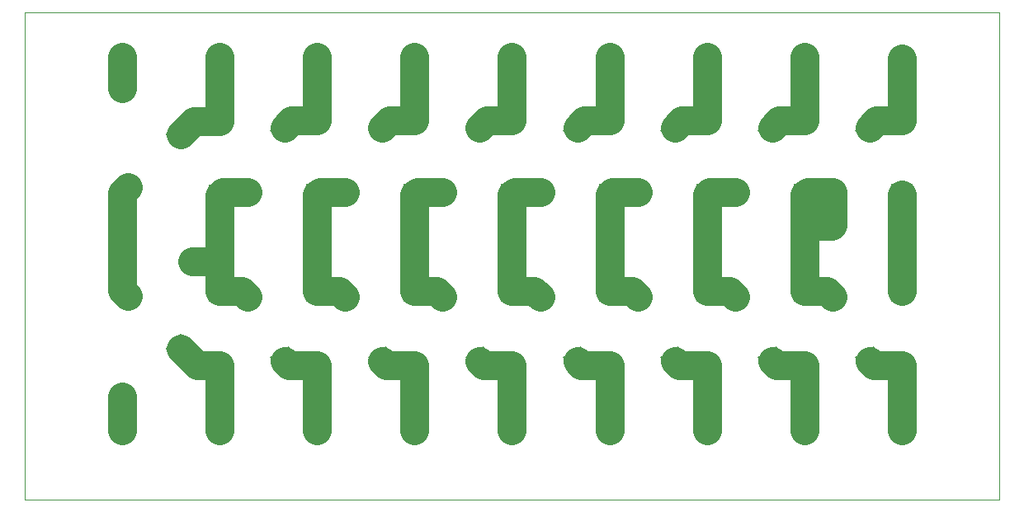
<source format=gbr>
G04 #@! TF.GenerationSoftware,KiCad,Pcbnew,5.1.4-e60b266~84~ubuntu16.04.1*
G04 #@! TF.CreationDate,2019-10-09T00:35:46-05:00*
G04 #@! TF.ProjectId,8x10p,38783130-702e-46b6-9963-61645f706362,rev?*
G04 #@! TF.SameCoordinates,Original*
G04 #@! TF.FileFunction,Copper,L2,Bot*
G04 #@! TF.FilePolarity,Positive*
%FSLAX46Y46*%
G04 Gerber Fmt 4.6, Leading zero omitted, Abs format (unit mm)*
G04 Created by KiCad (PCBNEW 5.1.4-e60b266~84~ubuntu16.04.1) date 2019-10-09 00:35:46*
%MOMM*%
%LPD*%
G04 APERTURE LIST*
G04 #@! TA.AperFunction,NonConductor*
%ADD10C,0.050000*%
G04 #@! TD*
G04 #@! TA.AperFunction,ComponentPad*
%ADD11C,1.998980*%
G04 #@! TD*
G04 #@! TA.AperFunction,ComponentPad*
%ADD12C,2.000000*%
G04 #@! TD*
G04 #@! TA.AperFunction,ComponentPad*
%ADD13O,2.200000X2.200000*%
G04 #@! TD*
G04 #@! TA.AperFunction,ComponentPad*
%ADD14R,2.200000X2.200000*%
G04 #@! TD*
G04 #@! TA.AperFunction,ComponentPad*
%ADD15C,2.200000*%
G04 #@! TD*
G04 #@! TA.AperFunction,Conductor*
%ADD16C,2.200000*%
G04 #@! TD*
G04 #@! TA.AperFunction,Conductor*
%ADD17C,0.150000*%
G04 #@! TD*
G04 #@! TA.AperFunction,Conductor*
%ADD18C,3.000000*%
G04 #@! TD*
G04 APERTURE END LIST*
D10*
X50000000Y-100000000D02*
X50000000Y-50000000D01*
X150000000Y-100000000D02*
X50000000Y-100000000D01*
X150000000Y-50000000D02*
X150000000Y-100000000D01*
X50000000Y-50000000D02*
X150000000Y-50000000D01*
D11*
G04 #@! TO.P,HV1,1*
G04 #@! TO.N,/multiplier/HV1*
X67200000Y-75500000D03*
G04 #@! TD*
G04 #@! TO.P,IN2,1*
G04 #@! TO.N,/multiplier/IN2*
X60000000Y-89400000D03*
G04 #@! TD*
G04 #@! TO.P,IN1,1*
G04 #@! TO.N,/multiplier/IN1*
X60000000Y-57750000D03*
G04 #@! TD*
G04 #@! TO.P,HV7,1*
G04 #@! TO.N,/multiplier/HV7*
X132800000Y-71900000D03*
G04 #@! TD*
G04 #@! TO.P,OUT1,1*
G04 #@! TO.N,/multiplier/OUT1*
X140000000Y-54750000D03*
G04 #@! TD*
G04 #@! TO.P,HV0,1*
G04 #@! TO.N,/multiplier/HV0*
X60000000Y-75500000D03*
G04 #@! TD*
G04 #@! TO.P,OUT2,1*
G04 #@! TO.N,/multiplier/OUT2*
X140000000Y-92900000D03*
G04 #@! TD*
G04 #@! TO.P,HV8,1*
G04 #@! TO.N,/multiplier/HV8*
X140000000Y-71900000D03*
G04 #@! TD*
D12*
G04 #@! TO.P,C28,2*
G04 #@! TO.N,Net-(C27-Pad1)*
X130000000Y-89400000D03*
G04 #@! TO.P,C28,1*
G04 #@! TO.N,/multiplier/OUT2*
X140000000Y-89400000D03*
G04 #@! TD*
G04 #@! TO.P,C27,2*
G04 #@! TO.N,Net-(C26-Pad1)*
X120000000Y-92900000D03*
G04 #@! TO.P,C27,1*
G04 #@! TO.N,Net-(C27-Pad1)*
X130000000Y-92900000D03*
G04 #@! TD*
G04 #@! TO.P,C26,2*
G04 #@! TO.N,Net-(C25-Pad1)*
X110000000Y-89400000D03*
G04 #@! TO.P,C26,1*
G04 #@! TO.N,Net-(C26-Pad1)*
X120000000Y-89400000D03*
G04 #@! TD*
G04 #@! TO.P,C25,2*
G04 #@! TO.N,Net-(C24-Pad1)*
X100000000Y-92900000D03*
G04 #@! TO.P,C25,1*
G04 #@! TO.N,Net-(C25-Pad1)*
X110000000Y-92900000D03*
G04 #@! TD*
G04 #@! TO.P,C24,2*
G04 #@! TO.N,Net-(C23-Pad1)*
X90000000Y-89400000D03*
G04 #@! TO.P,C24,1*
G04 #@! TO.N,Net-(C24-Pad1)*
X100000000Y-89400000D03*
G04 #@! TD*
G04 #@! TO.P,C23,2*
G04 #@! TO.N,Net-(C22-Pad1)*
X80000000Y-92900000D03*
G04 #@! TO.P,C23,1*
G04 #@! TO.N,Net-(C23-Pad1)*
X90000000Y-92900000D03*
G04 #@! TD*
G04 #@! TO.P,C22,2*
G04 #@! TO.N,Net-(C21-Pad1)*
X70000000Y-89400000D03*
G04 #@! TO.P,C22,1*
G04 #@! TO.N,Net-(C22-Pad1)*
X80000000Y-89400000D03*
G04 #@! TD*
G04 #@! TO.P,C21,2*
G04 #@! TO.N,/multiplier/IN2*
X60000000Y-92900000D03*
G04 #@! TO.P,C21,1*
G04 #@! TO.N,Net-(C21-Pad1)*
X70000000Y-92900000D03*
G04 #@! TD*
G04 #@! TO.P,C18,2*
G04 #@! TO.N,/multiplier/HV7*
X130000000Y-75500000D03*
G04 #@! TO.P,C18,1*
G04 #@! TO.N,/multiplier/HV8*
X140000000Y-75500000D03*
G04 #@! TD*
G04 #@! TO.P,C17,2*
G04 #@! TO.N,Net-(C16-Pad1)*
X120000000Y-71900000D03*
G04 #@! TO.P,C17,1*
G04 #@! TO.N,/multiplier/HV7*
X130000000Y-71900000D03*
G04 #@! TD*
G04 #@! TO.P,C16,2*
G04 #@! TO.N,Net-(C15-Pad1)*
X110000000Y-75500000D03*
G04 #@! TO.P,C16,1*
G04 #@! TO.N,Net-(C16-Pad1)*
X120000000Y-75500000D03*
G04 #@! TD*
G04 #@! TO.P,C15,2*
G04 #@! TO.N,Net-(C14-Pad1)*
X100000000Y-71900000D03*
G04 #@! TO.P,C15,1*
G04 #@! TO.N,Net-(C15-Pad1)*
X110000000Y-71900000D03*
G04 #@! TD*
G04 #@! TO.P,C14,2*
G04 #@! TO.N,Net-(C13-Pad1)*
X90000000Y-75500000D03*
G04 #@! TO.P,C14,1*
G04 #@! TO.N,Net-(C14-Pad1)*
X100000000Y-75500000D03*
G04 #@! TD*
G04 #@! TO.P,C13,2*
G04 #@! TO.N,Net-(C12-Pad1)*
X80000000Y-71900000D03*
G04 #@! TO.P,C13,1*
G04 #@! TO.N,Net-(C13-Pad1)*
X90000000Y-71900000D03*
G04 #@! TD*
G04 #@! TO.P,C12,2*
G04 #@! TO.N,/multiplier/HV1*
X70000000Y-75500000D03*
G04 #@! TO.P,C12,1*
G04 #@! TO.N,Net-(C12-Pad1)*
X80000000Y-75500000D03*
G04 #@! TD*
G04 #@! TO.P,C11,2*
G04 #@! TO.N,/multiplier/HV0*
X60000000Y-71900000D03*
G04 #@! TO.P,C11,1*
G04 #@! TO.N,/multiplier/HV1*
X70000000Y-71900000D03*
G04 #@! TD*
G04 #@! TO.P,C8,2*
G04 #@! TO.N,Net-(C7-Pad1)*
X130000000Y-58000000D03*
G04 #@! TO.P,C8,1*
G04 #@! TO.N,/multiplier/OUT1*
X140000000Y-58000000D03*
G04 #@! TD*
G04 #@! TO.P,C7,2*
G04 #@! TO.N,Net-(C6-Pad1)*
X120000000Y-54500000D03*
G04 #@! TO.P,C7,1*
G04 #@! TO.N,Net-(C7-Pad1)*
X130000000Y-54500000D03*
G04 #@! TD*
G04 #@! TO.P,C6,2*
G04 #@! TO.N,Net-(C5-Pad1)*
X110000000Y-58000000D03*
G04 #@! TO.P,C6,1*
G04 #@! TO.N,Net-(C6-Pad1)*
X120000000Y-58000000D03*
G04 #@! TD*
G04 #@! TO.P,C5,2*
G04 #@! TO.N,Net-(C4-Pad1)*
X100000000Y-54540000D03*
G04 #@! TO.P,C5,1*
G04 #@! TO.N,Net-(C5-Pad1)*
X110000000Y-54540000D03*
G04 #@! TD*
G04 #@! TO.P,C4,2*
G04 #@! TO.N,Net-(C3-Pad1)*
X90000000Y-58000000D03*
G04 #@! TO.P,C4,1*
G04 #@! TO.N,Net-(C4-Pad1)*
X100000000Y-58000000D03*
G04 #@! TD*
G04 #@! TO.P,C3,2*
G04 #@! TO.N,Net-(C2-Pad1)*
X80000000Y-54500000D03*
G04 #@! TO.P,C3,1*
G04 #@! TO.N,Net-(C3-Pad1)*
X90000000Y-54500000D03*
G04 #@! TD*
G04 #@! TO.P,C2,2*
G04 #@! TO.N,Net-(C1-Pad1)*
X70000000Y-58000000D03*
G04 #@! TO.P,C2,1*
G04 #@! TO.N,Net-(C2-Pad1)*
X80000000Y-58000000D03*
G04 #@! TD*
G04 #@! TO.P,C1,2*
G04 #@! TO.N,/multiplier/IN1*
X60000000Y-54500000D03*
G04 #@! TO.P,C1,1*
G04 #@! TO.N,Net-(C1-Pad1)*
X70000000Y-54500000D03*
G04 #@! TD*
D13*
G04 #@! TO.P,D36,2*
G04 #@! TO.N,/multiplier/OUT2*
X140000000Y-86220000D03*
D14*
G04 #@! TO.P,D36,1*
G04 #@! TO.N,/multiplier/HV8*
X140000000Y-78600000D03*
G04 #@! TD*
D15*
G04 #@! TO.P,D35,2*
G04 #@! TO.N,/multiplier/HV7*
X132890000Y-79200886D03*
D16*
G04 #@! TD*
G04 #@! TO.N,/multiplier/HV7*
G04 #@! TO.C,D35*
X132890000Y-79200886D02*
X132890000Y-79200886D01*
D15*
G04 #@! TO.P,D35,1*
G04 #@! TO.N,/multiplier/OUT2*
X136700000Y-85800000D03*
D17*
G04 #@! TD*
G04 #@! TO.N,/multiplier/OUT2*
G04 #@! TO.C,D35*
G36*
X138202628Y-86202628D02*
G01*
X136297372Y-87302628D01*
X135197372Y-85397372D01*
X137102628Y-84297372D01*
X138202628Y-86202628D01*
X138202628Y-86202628D01*
G37*
D13*
G04 #@! TO.P,D34,2*
G04 #@! TO.N,Net-(C27-Pad1)*
X130000000Y-86220000D03*
D14*
G04 #@! TO.P,D34,1*
G04 #@! TO.N,/multiplier/HV7*
X130000000Y-78600000D03*
G04 #@! TD*
D15*
G04 #@! TO.P,D33,2*
G04 #@! TO.N,Net-(C16-Pad1)*
X122890000Y-79200886D03*
D16*
G04 #@! TD*
G04 #@! TO.N,Net-(C16-Pad1)*
G04 #@! TO.C,D33*
X122890000Y-79200886D02*
X122890000Y-79200886D01*
D15*
G04 #@! TO.P,D33,1*
G04 #@! TO.N,Net-(C27-Pad1)*
X126700000Y-85800000D03*
D17*
G04 #@! TD*
G04 #@! TO.N,Net-(C27-Pad1)*
G04 #@! TO.C,D33*
G36*
X128202628Y-86202628D02*
G01*
X126297372Y-87302628D01*
X125197372Y-85397372D01*
X127102628Y-84297372D01*
X128202628Y-86202628D01*
X128202628Y-86202628D01*
G37*
D13*
G04 #@! TO.P,D32,2*
G04 #@! TO.N,Net-(C26-Pad1)*
X120000000Y-86220000D03*
D14*
G04 #@! TO.P,D32,1*
G04 #@! TO.N,Net-(C16-Pad1)*
X120000000Y-78600000D03*
G04 #@! TD*
D15*
G04 #@! TO.P,D31,2*
G04 #@! TO.N,Net-(C15-Pad1)*
X112890000Y-79200886D03*
D16*
G04 #@! TD*
G04 #@! TO.N,Net-(C15-Pad1)*
G04 #@! TO.C,D31*
X112890000Y-79200886D02*
X112890000Y-79200886D01*
D15*
G04 #@! TO.P,D31,1*
G04 #@! TO.N,Net-(C26-Pad1)*
X116700000Y-85800000D03*
D17*
G04 #@! TD*
G04 #@! TO.N,Net-(C26-Pad1)*
G04 #@! TO.C,D31*
G36*
X118202628Y-86202628D02*
G01*
X116297372Y-87302628D01*
X115197372Y-85397372D01*
X117102628Y-84297372D01*
X118202628Y-86202628D01*
X118202628Y-86202628D01*
G37*
D13*
G04 #@! TO.P,D30,2*
G04 #@! TO.N,Net-(C25-Pad1)*
X110000000Y-86220000D03*
D14*
G04 #@! TO.P,D30,1*
G04 #@! TO.N,Net-(C15-Pad1)*
X110000000Y-78600000D03*
G04 #@! TD*
D15*
G04 #@! TO.P,D29,2*
G04 #@! TO.N,Net-(C14-Pad1)*
X102890000Y-79200886D03*
D16*
G04 #@! TD*
G04 #@! TO.N,Net-(C14-Pad1)*
G04 #@! TO.C,D29*
X102890000Y-79200886D02*
X102890000Y-79200886D01*
D15*
G04 #@! TO.P,D29,1*
G04 #@! TO.N,Net-(C25-Pad1)*
X106700000Y-85800000D03*
D17*
G04 #@! TD*
G04 #@! TO.N,Net-(C25-Pad1)*
G04 #@! TO.C,D29*
G36*
X108202628Y-86202628D02*
G01*
X106297372Y-87302628D01*
X105197372Y-85397372D01*
X107102628Y-84297372D01*
X108202628Y-86202628D01*
X108202628Y-86202628D01*
G37*
D13*
G04 #@! TO.P,D28,2*
G04 #@! TO.N,Net-(C24-Pad1)*
X100000000Y-86220000D03*
D14*
G04 #@! TO.P,D28,1*
G04 #@! TO.N,Net-(C14-Pad1)*
X100000000Y-78600000D03*
G04 #@! TD*
D15*
G04 #@! TO.P,D27,2*
G04 #@! TO.N,Net-(C13-Pad1)*
X92890000Y-79200886D03*
D16*
G04 #@! TD*
G04 #@! TO.N,Net-(C13-Pad1)*
G04 #@! TO.C,D27*
X92890000Y-79200886D02*
X92890000Y-79200886D01*
D15*
G04 #@! TO.P,D27,1*
G04 #@! TO.N,Net-(C24-Pad1)*
X96700000Y-85800000D03*
D17*
G04 #@! TD*
G04 #@! TO.N,Net-(C24-Pad1)*
G04 #@! TO.C,D27*
G36*
X98202628Y-86202628D02*
G01*
X96297372Y-87302628D01*
X95197372Y-85397372D01*
X97102628Y-84297372D01*
X98202628Y-86202628D01*
X98202628Y-86202628D01*
G37*
D13*
G04 #@! TO.P,D26,2*
G04 #@! TO.N,Net-(C23-Pad1)*
X90000000Y-86220000D03*
D14*
G04 #@! TO.P,D26,1*
G04 #@! TO.N,Net-(C13-Pad1)*
X90000000Y-78600000D03*
G04 #@! TD*
D15*
G04 #@! TO.P,D25,2*
G04 #@! TO.N,Net-(C12-Pad1)*
X82890000Y-79200886D03*
D16*
G04 #@! TD*
G04 #@! TO.N,Net-(C12-Pad1)*
G04 #@! TO.C,D25*
X82890000Y-79200886D02*
X82890000Y-79200886D01*
D15*
G04 #@! TO.P,D25,1*
G04 #@! TO.N,Net-(C23-Pad1)*
X86700000Y-85800000D03*
D17*
G04 #@! TD*
G04 #@! TO.N,Net-(C23-Pad1)*
G04 #@! TO.C,D25*
G36*
X88202628Y-86202628D02*
G01*
X86297372Y-87302628D01*
X85197372Y-85397372D01*
X87102628Y-84297372D01*
X88202628Y-86202628D01*
X88202628Y-86202628D01*
G37*
D13*
G04 #@! TO.P,D24,2*
G04 #@! TO.N,Net-(C22-Pad1)*
X80000000Y-86220000D03*
D14*
G04 #@! TO.P,D24,1*
G04 #@! TO.N,Net-(C12-Pad1)*
X80000000Y-78600000D03*
G04 #@! TD*
D15*
G04 #@! TO.P,D23,2*
G04 #@! TO.N,/multiplier/HV1*
X72890000Y-79200886D03*
D16*
G04 #@! TD*
G04 #@! TO.N,/multiplier/HV1*
G04 #@! TO.C,D23*
X72890000Y-79200886D02*
X72890000Y-79200886D01*
D15*
G04 #@! TO.P,D23,1*
G04 #@! TO.N,Net-(C22-Pad1)*
X76700000Y-85800000D03*
D17*
G04 #@! TD*
G04 #@! TO.N,Net-(C22-Pad1)*
G04 #@! TO.C,D23*
G36*
X78202628Y-86202628D02*
G01*
X76297372Y-87302628D01*
X75197372Y-85397372D01*
X77102628Y-84297372D01*
X78202628Y-86202628D01*
X78202628Y-86202628D01*
G37*
D13*
G04 #@! TO.P,D22,2*
G04 #@! TO.N,Net-(C21-Pad1)*
X70000000Y-86220000D03*
D14*
G04 #@! TO.P,D22,1*
G04 #@! TO.N,/multiplier/HV1*
X70000000Y-78600000D03*
G04 #@! TD*
D15*
G04 #@! TO.P,D21,2*
G04 #@! TO.N,/multiplier/HV0*
X60611846Y-79111846D03*
D16*
G04 #@! TD*
G04 #@! TO.N,/multiplier/HV0*
G04 #@! TO.C,D21*
X60611846Y-79111846D02*
X60611846Y-79111846D01*
D15*
G04 #@! TO.P,D21,1*
G04 #@! TO.N,Net-(C21-Pad1)*
X66000000Y-84500000D03*
D17*
G04 #@! TD*
G04 #@! TO.N,Net-(C21-Pad1)*
G04 #@! TO.C,D21*
G36*
X67555635Y-84500000D02*
G01*
X66000000Y-86055635D01*
X64444365Y-84500000D01*
X66000000Y-82944365D01*
X67555635Y-84500000D01*
X67555635Y-84500000D01*
G37*
D13*
G04 #@! TO.P,D16,2*
G04 #@! TO.N,/multiplier/OUT1*
X140000000Y-61100000D03*
D14*
G04 #@! TO.P,D16,1*
G04 #@! TO.N,/multiplier/HV8*
X140000000Y-68720000D03*
G04 #@! TD*
D15*
G04 #@! TO.P,D15,2*
G04 #@! TO.N,/multiplier/HV7*
X132890000Y-68399114D03*
D16*
G04 #@! TD*
G04 #@! TO.N,/multiplier/HV7*
G04 #@! TO.C,D15*
X132890000Y-68399114D02*
X132890000Y-68399114D01*
D15*
G04 #@! TO.P,D15,1*
G04 #@! TO.N,/multiplier/OUT1*
X136700000Y-61800000D03*
D17*
G04 #@! TD*
G04 #@! TO.N,/multiplier/OUT1*
G04 #@! TO.C,D15*
G36*
X136297372Y-60297372D02*
G01*
X138202628Y-61397372D01*
X137102628Y-63302628D01*
X135197372Y-62202628D01*
X136297372Y-60297372D01*
X136297372Y-60297372D01*
G37*
D13*
G04 #@! TO.P,D14,2*
G04 #@! TO.N,Net-(C7-Pad1)*
X130000000Y-61100000D03*
D14*
G04 #@! TO.P,D14,1*
G04 #@! TO.N,/multiplier/HV7*
X130000000Y-68720000D03*
G04 #@! TD*
D15*
G04 #@! TO.P,D13,2*
G04 #@! TO.N,Net-(C16-Pad1)*
X122890000Y-68399114D03*
D16*
G04 #@! TD*
G04 #@! TO.N,Net-(C16-Pad1)*
G04 #@! TO.C,D13*
X122890000Y-68399114D02*
X122890000Y-68399114D01*
D15*
G04 #@! TO.P,D13,1*
G04 #@! TO.N,Net-(C7-Pad1)*
X126700000Y-61800000D03*
D17*
G04 #@! TD*
G04 #@! TO.N,Net-(C7-Pad1)*
G04 #@! TO.C,D13*
G36*
X126297372Y-60297372D02*
G01*
X128202628Y-61397372D01*
X127102628Y-63302628D01*
X125197372Y-62202628D01*
X126297372Y-60297372D01*
X126297372Y-60297372D01*
G37*
D13*
G04 #@! TO.P,D12,2*
G04 #@! TO.N,Net-(C6-Pad1)*
X120000000Y-61100000D03*
D14*
G04 #@! TO.P,D12,1*
G04 #@! TO.N,Net-(C16-Pad1)*
X120000000Y-68720000D03*
G04 #@! TD*
D15*
G04 #@! TO.P,D11,2*
G04 #@! TO.N,Net-(C15-Pad1)*
X112890000Y-68399114D03*
D16*
G04 #@! TD*
G04 #@! TO.N,Net-(C15-Pad1)*
G04 #@! TO.C,D11*
X112890000Y-68399114D02*
X112890000Y-68399114D01*
D15*
G04 #@! TO.P,D11,1*
G04 #@! TO.N,Net-(C6-Pad1)*
X116700000Y-61800000D03*
D17*
G04 #@! TD*
G04 #@! TO.N,Net-(C6-Pad1)*
G04 #@! TO.C,D11*
G36*
X116297372Y-60297372D02*
G01*
X118202628Y-61397372D01*
X117102628Y-63302628D01*
X115197372Y-62202628D01*
X116297372Y-60297372D01*
X116297372Y-60297372D01*
G37*
D13*
G04 #@! TO.P,D10,2*
G04 #@! TO.N,Net-(C5-Pad1)*
X110000000Y-61100000D03*
D14*
G04 #@! TO.P,D10,1*
G04 #@! TO.N,Net-(C15-Pad1)*
X110000000Y-68720000D03*
G04 #@! TD*
D15*
G04 #@! TO.P,D9,2*
G04 #@! TO.N,Net-(C14-Pad1)*
X102890000Y-68399114D03*
D16*
G04 #@! TD*
G04 #@! TO.N,Net-(C14-Pad1)*
G04 #@! TO.C,D9*
X102890000Y-68399114D02*
X102890000Y-68399114D01*
D15*
G04 #@! TO.P,D9,1*
G04 #@! TO.N,Net-(C5-Pad1)*
X106700000Y-61800000D03*
D17*
G04 #@! TD*
G04 #@! TO.N,Net-(C5-Pad1)*
G04 #@! TO.C,D9*
G36*
X106297372Y-60297372D02*
G01*
X108202628Y-61397372D01*
X107102628Y-63302628D01*
X105197372Y-62202628D01*
X106297372Y-60297372D01*
X106297372Y-60297372D01*
G37*
D13*
G04 #@! TO.P,D8,2*
G04 #@! TO.N,Net-(C4-Pad1)*
X100000000Y-61100000D03*
D14*
G04 #@! TO.P,D8,1*
G04 #@! TO.N,Net-(C14-Pad1)*
X100000000Y-68720000D03*
G04 #@! TD*
D15*
G04 #@! TO.P,D7,2*
G04 #@! TO.N,Net-(C13-Pad1)*
X92890000Y-68399114D03*
D16*
G04 #@! TD*
G04 #@! TO.N,Net-(C13-Pad1)*
G04 #@! TO.C,D7*
X92890000Y-68399114D02*
X92890000Y-68399114D01*
D15*
G04 #@! TO.P,D7,1*
G04 #@! TO.N,Net-(C4-Pad1)*
X96700000Y-61800000D03*
D17*
G04 #@! TD*
G04 #@! TO.N,Net-(C4-Pad1)*
G04 #@! TO.C,D7*
G36*
X96297372Y-60297372D02*
G01*
X98202628Y-61397372D01*
X97102628Y-63302628D01*
X95197372Y-62202628D01*
X96297372Y-60297372D01*
X96297372Y-60297372D01*
G37*
D13*
G04 #@! TO.P,D6,2*
G04 #@! TO.N,Net-(C3-Pad1)*
X90000000Y-61100000D03*
D14*
G04 #@! TO.P,D6,1*
G04 #@! TO.N,Net-(C13-Pad1)*
X90000000Y-68720000D03*
G04 #@! TD*
D15*
G04 #@! TO.P,D5,2*
G04 #@! TO.N,Net-(C12-Pad1)*
X82890000Y-68399114D03*
D16*
G04 #@! TD*
G04 #@! TO.N,Net-(C12-Pad1)*
G04 #@! TO.C,D5*
X82890000Y-68399114D02*
X82890000Y-68399114D01*
D15*
G04 #@! TO.P,D5,1*
G04 #@! TO.N,Net-(C3-Pad1)*
X86700000Y-61800000D03*
D17*
G04 #@! TD*
G04 #@! TO.N,Net-(C3-Pad1)*
G04 #@! TO.C,D5*
G36*
X86297372Y-60297372D02*
G01*
X88202628Y-61397372D01*
X87102628Y-63302628D01*
X85197372Y-62202628D01*
X86297372Y-60297372D01*
X86297372Y-60297372D01*
G37*
D13*
G04 #@! TO.P,D4,2*
G04 #@! TO.N,Net-(C2-Pad1)*
X80000000Y-61100000D03*
D14*
G04 #@! TO.P,D4,1*
G04 #@! TO.N,Net-(C12-Pad1)*
X80000000Y-68720000D03*
G04 #@! TD*
D15*
G04 #@! TO.P,D3,2*
G04 #@! TO.N,/multiplier/HV1*
X72890000Y-68399114D03*
D16*
G04 #@! TD*
G04 #@! TO.N,/multiplier/HV1*
G04 #@! TO.C,D3*
X72890000Y-68399114D02*
X72890000Y-68399114D01*
D15*
G04 #@! TO.P,D3,1*
G04 #@! TO.N,Net-(C2-Pad1)*
X76700000Y-61800000D03*
D17*
G04 #@! TD*
G04 #@! TO.N,Net-(C2-Pad1)*
G04 #@! TO.C,D3*
G36*
X76297372Y-60297372D02*
G01*
X78202628Y-61397372D01*
X77102628Y-63302628D01*
X75197372Y-62202628D01*
X76297372Y-60297372D01*
X76297372Y-60297372D01*
G37*
D13*
G04 #@! TO.P,D2,2*
G04 #@! TO.N,Net-(C1-Pad1)*
X70000000Y-61130000D03*
D14*
G04 #@! TO.P,D2,1*
G04 #@! TO.N,/multiplier/HV1*
X70000000Y-68750000D03*
G04 #@! TD*
D15*
G04 #@! TO.P,D1,2*
G04 #@! TO.N,/multiplier/HV0*
X60611846Y-67888154D03*
D16*
G04 #@! TD*
G04 #@! TO.N,/multiplier/HV0*
G04 #@! TO.C,D1*
X60611846Y-67888154D02*
X60611846Y-67888154D01*
D15*
G04 #@! TO.P,D1,1*
G04 #@! TO.N,Net-(C1-Pad1)*
X66000000Y-62500000D03*
D17*
G04 #@! TD*
G04 #@! TO.N,Net-(C1-Pad1)*
G04 #@! TO.C,D1*
G36*
X66000000Y-60944365D02*
G01*
X67555635Y-62500000D01*
X66000000Y-64055635D01*
X64444365Y-62500000D01*
X66000000Y-60944365D01*
X66000000Y-60944365D01*
G37*
D18*
G04 #@! TO.N,Net-(C1-Pad1)*
X70000000Y-54500000D02*
X70000000Y-58000000D01*
X70000000Y-58000000D02*
X70000000Y-61130000D01*
X67370000Y-61130000D02*
X66000000Y-62500000D01*
X70000000Y-61130000D02*
X67370000Y-61130000D01*
G04 #@! TO.N,Net-(C2-Pad1)*
X80000000Y-54500000D02*
X80000000Y-58000000D01*
X80000000Y-58000000D02*
X80000000Y-61100000D01*
X77400000Y-61100000D02*
X76700000Y-61800000D01*
X80000000Y-61100000D02*
X77400000Y-61100000D01*
G04 #@! TO.N,Net-(C3-Pad1)*
X87400000Y-61100000D02*
X86700000Y-61800000D01*
X90000000Y-61100000D02*
X87400000Y-61100000D01*
X90000000Y-61100000D02*
X90000000Y-58000000D01*
X90000000Y-58000000D02*
X90000000Y-54500000D01*
G04 #@! TO.N,Net-(C4-Pad1)*
X97400000Y-61100000D02*
X96700000Y-61800000D01*
X100000000Y-61100000D02*
X97400000Y-61100000D01*
X100000000Y-54540000D02*
X100000000Y-58000000D01*
X100000000Y-58000000D02*
X100000000Y-61100000D01*
G04 #@! TO.N,Net-(C5-Pad1)*
X110000000Y-58000000D02*
X110000000Y-54540000D01*
X107400000Y-61100000D02*
X106700000Y-61800000D01*
X110000000Y-61100000D02*
X107400000Y-61100000D01*
X110000000Y-61100000D02*
X110000000Y-58000000D01*
G04 #@! TO.N,Net-(C6-Pad1)*
X117400000Y-61100000D02*
X116700000Y-61800000D01*
X120000000Y-61100000D02*
X117400000Y-61100000D01*
X120000000Y-54500000D02*
X120000000Y-58000000D01*
X120000000Y-58000000D02*
X120000000Y-61100000D01*
G04 #@! TO.N,Net-(C7-Pad1)*
X127400000Y-61100000D02*
X126700000Y-61800000D01*
X130000000Y-61100000D02*
X127400000Y-61100000D01*
X130000000Y-61100000D02*
X130000000Y-58000000D01*
X130000000Y-58000000D02*
X130000000Y-54500000D01*
G04 #@! TO.N,Net-(C12-Pad1)*
X80320886Y-68399114D02*
X80000000Y-68720000D01*
X82890000Y-68399114D02*
X80320886Y-68399114D01*
X80000000Y-68720000D02*
X80000000Y-71900000D01*
X80000000Y-71900000D02*
X80000000Y-75500000D01*
X80000000Y-75500000D02*
X80000000Y-78600000D01*
X82289114Y-78600000D02*
X82890000Y-79200886D01*
X80000000Y-78600000D02*
X82289114Y-78600000D01*
G04 #@! TO.N,Net-(C13-Pad1)*
X92289114Y-78600000D02*
X92890000Y-79200886D01*
X90000000Y-78600000D02*
X92289114Y-78600000D01*
X90320886Y-68399114D02*
X90000000Y-68720000D01*
X92890000Y-68399114D02*
X90320886Y-68399114D01*
X90000000Y-68720000D02*
X90000000Y-71900000D01*
X90000000Y-71900000D02*
X90000000Y-75500000D01*
X90000000Y-75500000D02*
X90000000Y-78600000D01*
G04 #@! TO.N,Net-(C14-Pad1)*
X102289114Y-78600000D02*
X102890000Y-79200886D01*
X100000000Y-78600000D02*
X102289114Y-78600000D01*
X100320886Y-68399114D02*
X100000000Y-68720000D01*
X102890000Y-68399114D02*
X100320886Y-68399114D01*
X100000000Y-68720000D02*
X100000000Y-71900000D01*
X100000000Y-71900000D02*
X100000000Y-75500000D01*
X100000000Y-75500000D02*
X100000000Y-78600000D01*
G04 #@! TO.N,Net-(C15-Pad1)*
X112289114Y-78600000D02*
X112890000Y-79200886D01*
X110000000Y-78600000D02*
X112289114Y-78600000D01*
X110320886Y-68399114D02*
X110000000Y-68720000D01*
X112890000Y-68399114D02*
X110320886Y-68399114D01*
X110000000Y-68720000D02*
X110000000Y-71900000D01*
X110000000Y-78600000D02*
X110000000Y-75500000D01*
X110000000Y-75500000D02*
X110000000Y-71900000D01*
G04 #@! TO.N,Net-(C16-Pad1)*
X122289114Y-78600000D02*
X122890000Y-79200886D01*
X120000000Y-78600000D02*
X122289114Y-78600000D01*
X120320886Y-68399114D02*
X120000000Y-68720000D01*
X122890000Y-68399114D02*
X120320886Y-68399114D01*
X120000000Y-68720000D02*
X120000000Y-71900000D01*
X120000000Y-71900000D02*
X120000000Y-75500000D01*
X120000000Y-75500000D02*
X120000000Y-78600000D01*
G04 #@! TO.N,Net-(C21-Pad1)*
X67720000Y-86220000D02*
X66000000Y-84500000D01*
X70000000Y-86220000D02*
X67720000Y-86220000D01*
X70000000Y-86220000D02*
X70000000Y-89400000D01*
X70000000Y-89400000D02*
X70000000Y-92900000D01*
G04 #@! TO.N,Net-(C22-Pad1)*
X77120000Y-86220000D02*
X76700000Y-85800000D01*
X80000000Y-86220000D02*
X77120000Y-86220000D01*
X80000000Y-92900000D02*
X80000000Y-89400000D01*
X80000000Y-89400000D02*
X80000000Y-86220000D01*
G04 #@! TO.N,Net-(C23-Pad1)*
X87120000Y-86220000D02*
X86700000Y-85800000D01*
X90000000Y-86220000D02*
X87120000Y-86220000D01*
X90000000Y-92900000D02*
X90000000Y-89400000D01*
X90000000Y-86220000D02*
X90000000Y-89400000D01*
G04 #@! TO.N,Net-(C24-Pad1)*
X97120000Y-86220000D02*
X96700000Y-85800000D01*
X100000000Y-86220000D02*
X97120000Y-86220000D01*
X100000000Y-92900000D02*
X100000000Y-89400000D01*
X100000000Y-89400000D02*
X100000000Y-86220000D01*
G04 #@! TO.N,Net-(C25-Pad1)*
X107120000Y-86220000D02*
X106700000Y-85800000D01*
X110000000Y-86220000D02*
X107120000Y-86220000D01*
X110000000Y-92900000D02*
X110000000Y-89400000D01*
X110000000Y-89400000D02*
X110000000Y-86220000D01*
G04 #@! TO.N,Net-(C26-Pad1)*
X117120000Y-86220000D02*
X116700000Y-85800000D01*
X120000000Y-86220000D02*
X117120000Y-86220000D01*
X120000000Y-86220000D02*
X120000000Y-89400000D01*
X120000000Y-89400000D02*
X120000000Y-92900000D01*
G04 #@! TO.N,Net-(C27-Pad1)*
X127120000Y-86220000D02*
X126700000Y-85800000D01*
X130000000Y-86220000D02*
X127120000Y-86220000D01*
X130000000Y-92900000D02*
X130000000Y-89400000D01*
X130000000Y-89400000D02*
X130000000Y-86220000D01*
G04 #@! TO.N,/multiplier/IN1*
X60000000Y-54500000D02*
X60000000Y-57750000D01*
G04 #@! TO.N,/multiplier/OUT1*
X137400000Y-61100000D02*
X136700000Y-61800000D01*
X140000000Y-61100000D02*
X137400000Y-61100000D01*
X140000000Y-61100000D02*
X140000000Y-58000000D01*
X140000000Y-58000000D02*
X140000000Y-54750000D01*
G04 #@! TO.N,/multiplier/HV0*
X60000000Y-68500000D02*
X60611846Y-67888154D01*
X60000000Y-71900000D02*
X60000000Y-68500000D01*
X60000000Y-75500000D02*
X60000000Y-71900000D01*
X60000000Y-78500000D02*
X60611846Y-79111846D01*
X60000000Y-75500000D02*
X60000000Y-78500000D01*
G04 #@! TO.N,/multiplier/IN2*
X60000000Y-89400000D02*
X60000000Y-92900000D01*
G04 #@! TO.N,/multiplier/OUT2*
X137120000Y-86220000D02*
X136700000Y-85800000D01*
X140000000Y-86220000D02*
X137120000Y-86220000D01*
X140000000Y-86220000D02*
X140000000Y-89400000D01*
X140000000Y-89400000D02*
X140000000Y-92900000D01*
G04 #@! TO.N,/multiplier/HV1*
X67200000Y-75500000D02*
X70000000Y-75500000D01*
X70000000Y-75500000D02*
X70000000Y-71900000D01*
X70350886Y-68399114D02*
X70000000Y-68750000D01*
X72890000Y-68399114D02*
X70350886Y-68399114D01*
X70000000Y-68750000D02*
X70000000Y-71900000D01*
X72289114Y-78600000D02*
X72890000Y-79200886D01*
X70000000Y-78600000D02*
X72289114Y-78600000D01*
X70000000Y-75500000D02*
X70000000Y-78600000D01*
G04 #@! TO.N,/multiplier/HV7*
X132289114Y-78600000D02*
X132890000Y-79200886D01*
X130000000Y-78600000D02*
X132289114Y-78600000D01*
X130320886Y-68399114D02*
X130000000Y-68720000D01*
X132890000Y-68399114D02*
X130320886Y-68399114D01*
X130000000Y-78600000D02*
X130000000Y-75500000D01*
X130000000Y-75500000D02*
X130000000Y-71900000D01*
X130000000Y-71900000D02*
X132800000Y-71900000D01*
X130000000Y-68720000D02*
X130000000Y-71900000D01*
X132890000Y-71810000D02*
X132800000Y-71900000D01*
X132890000Y-68399114D02*
X132890000Y-71810000D01*
G04 #@! TO.N,/multiplier/HV8*
X140000000Y-68720000D02*
X140000000Y-71900000D01*
X140000000Y-71900000D02*
X140000000Y-75500000D01*
X140000000Y-75500000D02*
X140000000Y-78600000D01*
G04 #@! TD*
M02*

</source>
